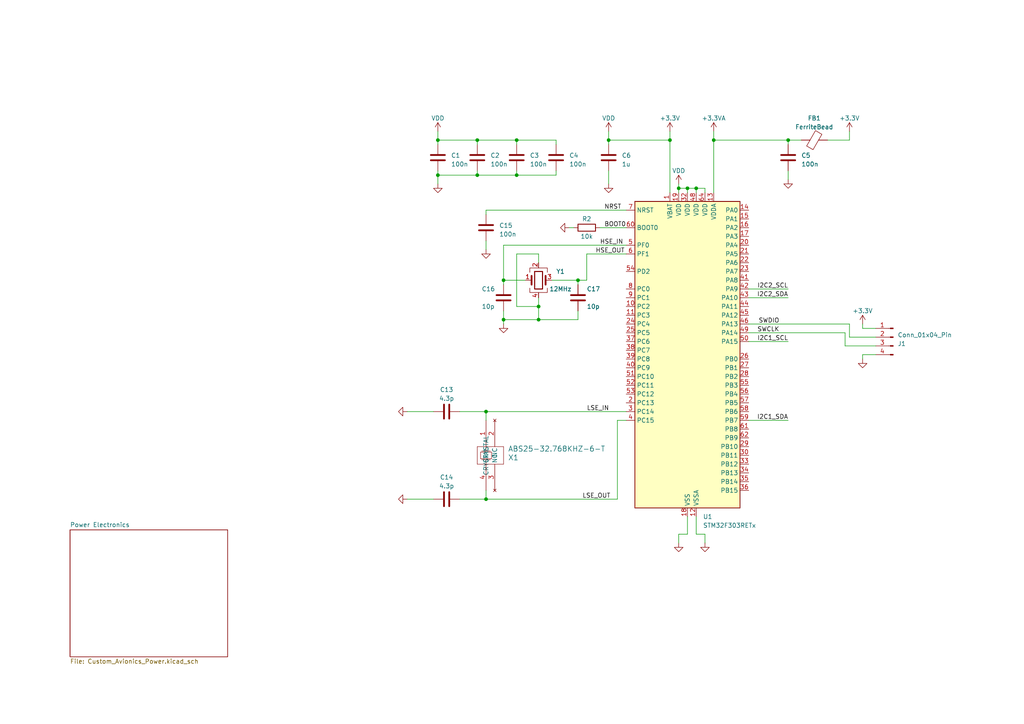
<source format=kicad_sch>
(kicad_sch (version 20230121) (generator eeschema)
  (paper "A4")
  (title_block (title "MCU") (rev "0.0"))
  (lib_symbols
    (symbol "Avionics_Components:ABS25-32.768KHZ-6-T" (pin_names (offset 0.254))
      (property "Reference" "X" (at 10.16 7.62 0))
      (property "Value" "ABS25-32.768KHZ-6-T" (at 10.16 5.08 0))
      (symbol "ABS25-32.768KHZ-6-T_0_1"
        (polyline (pts (xy 7.62 -5.08) (xy 12.7 -5.08)) (stroke (width 0.127)))
        (polyline (pts (xy 7.62 0) (xy 8.89 0)) (stroke (width 0.127)))
        (polyline (pts (xy 7.62 2.54) (xy 7.62 -5.08)) (stroke (width 0.127)))
        (polyline (pts (xy 8.89 1.27) (xy 8.89 -1.27)) (stroke (width 0.127)))
        (polyline (pts (xy 9.2075 -1.5875) (xy 11.1125 -1.5875)) (stroke (width 0.127)))
        (polyline (pts (xy 9.2075 1.5875) (xy 9.2075 -1.5875)) (stroke (width 0.127)))
        (polyline (pts (xy 9.2075 1.5875) (xy 11.1125 1.5875)) (stroke (width 0.127)))
        (polyline (pts (xy 11.1125 1.5875) (xy 11.1125 -1.5875)) (stroke (width 0.127)))
        (polyline (pts (xy 11.43 0) (xy 12.7 0)) (stroke (width 0.127)))
        (polyline (pts (xy 11.43 1.27) (xy 11.43 -1.27)) (stroke (width 0.127)))
        (polyline (pts (xy 12.7 -5.08) (xy 12.7 2.54)) (stroke (width 0.127)))
        (polyline (pts (xy 12.7 2.54) (xy 7.62 2.54)) (stroke (width 0.127)))
        (pin unspecified line (at 0 0 0) (length 7.62) (name "CRYSTAL") (number "1"))
        (pin no_connect line (at 0 -2.54 0) (length 7.62) (name "NC") (number "2"))
        (pin no_connect line (at 20.32 -2.54 180) (length 7.62) (name "NC") (number "3"))
        (pin unspecified line (at 20.32 0 180) (length 7.62) (name "CRYSTAL") (number "4"))
      )
    )
    (symbol "Connector:Conn_01x04_Pin" (pin_names (offset 1.016) hide)
      (property "Reference" "J" (at 0 5.08 0))
      (property "Value" "Conn_01x04_Pin" (at 0 -7.62 0))
      (symbol "Conn_01x04_Pin_1_1"
        (polyline (pts (xy 1.27 -5.08) (xy 0.8636 -5.08)) (stroke (width 0.1524)))
        (polyline (pts (xy 1.27 -2.54) (xy 0.8636 -2.54)) (stroke (width 0.1524)))
        (polyline (pts (xy 1.27 0) (xy 0.8636 0)) (stroke (width 0.1524)))
        (polyline (pts (xy 1.27 2.54) (xy 0.8636 2.54)) (stroke (width 0.1524)))
        (rectangle (start 0.8636 -4.953) (end 0 -5.207) (stroke (width 0.1524)) (fill (type outline)))
        (rectangle (start 0.8636 -2.413) (end 0 -2.667) (stroke (width 0.1524)) (fill (type outline)))
        (rectangle (start 0.8636 0.127) (end 0 -0.127) (stroke (width 0.1524)) (fill (type outline)))
        (rectangle (start 0.8636 2.667) (end 0 2.413) (stroke (width 0.1524)) (fill (type outline)))
        (pin passive line (at 5.08 2.54 180) (length 3.81) (name "Pin_1") (number "1"))
        (pin passive line (at 5.08 0 180) (length 3.81) (name "Pin_2") (number "2"))
        (pin passive line (at 5.08 -2.54 180) (length 3.81) (name "Pin_3") (number "3"))
        (pin passive line (at 5.08 -5.08 180) (length 3.81) (name "Pin_4") (number "4"))
      )
    )
    (symbol "Device:C" (pin_numbers hide) (pin_names (offset 0.254))
      (property "Reference" "C" (at 0.635 2.54 0))
      (property "Value" "C" (at 0.635 -2.54 0))
      (symbol "C_0_1"
        (polyline (pts (xy -2.032 -0.762) (xy 2.032 -0.762)) (stroke (width 0.508)))
        (polyline (pts (xy -2.032 0.762) (xy 2.032 0.762)) (stroke (width 0.508)))
      )
      (symbol "C_1_1"
        (pin passive line (at 0 3.81 270) (length 2.794) (name "~") (number "1"))
        (pin passive line (at 0 -3.81 90) (length 2.794) (name "~") (number "2"))
      )
    )
    (symbol "Device:Crystal_GND24" (pin_names (offset 1.016) hide)
      (property "Reference" "Y" (at 3.175 5.08 0))
      (property "Value" "Crystal_GND24" (at 3.175 3.175 0))
      (symbol "Crystal_GND24_0_1"
        (rectangle (start -1.143 2.54) (end 1.143 -2.54) (stroke (width 0.3048)))
        (polyline (pts (xy -2.54 0) (xy -2.032 0)))
        (polyline (pts (xy -2.032 -1.27) (xy -2.032 1.27)) (stroke (width 0.508)))
        (polyline (pts (xy 0 -3.81) (xy 0 -3.556)))
        (polyline (pts (xy 0 3.556) (xy 0 3.81)))
        (polyline (pts (xy 2.032 -1.27) (xy 2.032 1.27)) (stroke (width 0.508)))
        (polyline (pts (xy 2.032 0) (xy 2.54 0)))
        (polyline (pts (xy -2.54 -2.286) (xy -2.54 -3.556) (xy 2.54 -3.556) (xy 2.54 -2.286)))
        (polyline (pts (xy -2.54 2.286) (xy -2.54 3.556) (xy 2.54 3.556) (xy 2.54 2.286)))
      )
      (symbol "Crystal_GND24_1_1"
        (pin passive line (at -3.81 0 0) (length 1.27) (name "1") (number "1"))
        (pin passive line (at 0 5.08 270) (length 1.27) (name "2") (number "2"))
        (pin passive line (at 3.81 0 180) (length 1.27) (name "3") (number "3"))
        (pin passive line (at 0 -5.08 90) (length 1.27) (name "4") (number "4"))
      )
    )
    (symbol "Device:FerriteBead" (pin_numbers hide) (pin_names (offset 0))
      (property "Reference" "FB" (at -3.81 0.635 90))
      (property "Value" "FerriteBead" (at 3.81 0 90))
      (symbol "FerriteBead_0_1"
        (polyline (pts (xy 0 -1.27) (xy 0 -1.2192)))
        (polyline (pts (xy 0 1.27) (xy 0 1.2954)))
        (polyline (pts (xy -2.7686 0.4064) (xy -1.7018 2.2606) (xy 2.7686 -0.3048) (xy 1.6764 -2.159) (xy -2.7686 0.4064)))
      )
      (symbol "FerriteBead_1_1"
        (pin passive line (at 0 3.81 270) (length 2.54) (name "~") (number "1"))
        (pin passive line (at 0 -3.81 90) (length 2.54) (name "~") (number "2"))
      )
    )
    (symbol "Device:R" (pin_numbers hide) (pin_names (offset 0))
      (property "Reference" "R" (at 2.032 0 90))
      (property "Value" "R" (at 0 0 90))
      (symbol "R_0_1"
        (rectangle (start -1.016 -2.54) (end 1.016 2.54) (stroke (width 0.254)))
      )
      (symbol "R_1_1"
        (pin passive line (at 0 3.81 270) (length 1.27) (name "~") (number "1"))
        (pin passive line (at 0 -3.81 90) (length 1.27) (name "~") (number "2"))
      )
    )
    (symbol "MCU_ST_STM32F3:STM32F303RETx"
      (property "Reference" "U" (at -15.24 46.99 0))
      (property "Value" "STM32F303RETx" (at 10.16 46.99 0))
      (symbol "STM32F303RETx_0_1"
        (rectangle (start -15.24 -43.18) (end 15.24 45.72) (stroke (width 0.254)) (fill (type background)))
      )
      (symbol "STM32F303RETx_1_1"
        (pin power_in line (at -5.08 48.26 270) (length 2.54) (name "VBAT") (number "1"))
        (pin bidirectional line (at -17.78 15.24 0) (length 2.54) (name "PC2") (number "10"))
        (pin bidirectional line (at -17.78 12.7 0) (length 2.54) (name "PC3") (number "11"))
        (pin power_in line (at 2.54 -45.72 90) (length 2.54) (name "VSSA") (number "12"))
        (pin power_in line (at 7.62 48.26 270) (length 2.54) (name "VDDA") (number "13"))
        (pin bidirectional line (at 17.78 43.18 180) (length 2.54) (name "PA0") (number "14"))
        (pin bidirectional line (at 17.78 40.64 180) (length 2.54) (name "PA1") (number "15"))
        (pin bidirectional line (at 17.78 38.1 180) (length 2.54) (name "PA2") (number "16"))
        (pin bidirectional line (at 17.78 35.56 180) (length 2.54) (name "PA3") (number "17"))
        (pin power_in line (at 0 -45.72 90) (length 2.54) (name "VSS") (number "18"))
        (pin power_in line (at -2.54 48.26 270) (length 2.54) (name "VDD") (number "19"))
        (pin bidirectional line (at -17.78 -12.7 0) (length 2.54) (name "PC13") (number "2"))
        (pin bidirectional line (at 17.78 33.02 180) (length 2.54) (name "PA4") (number "20"))
        (pin bidirectional line (at 17.78 30.48 180) (length 2.54) (name "PA5") (number "21"))
        (pin bidirectional line (at 17.78 27.94 180) (length 2.54) (name "PA6") (number "22"))
        (pin bidirectional line (at 17.78 25.4 180) (length 2.54) (name "PA7") (number "23"))
        (pin bidirectional line (at -17.78 10.16 0) (length 2.54) (name "PC4") (number "24"))
        (pin bidirectional line (at -17.78 7.62 0) (length 2.54) (name "PC5") (number "25"))
        (pin bidirectional line (at 17.78 0 180) (length 2.54) (name "PB0") (number "26"))
        (pin bidirectional line (at 17.78 -2.54 180) (length 2.54) (name "PB1") (number "27"))
        (pin bidirectional line (at 17.78 -5.08 180) (length 2.54) (name "PB2") (number "28"))
        (pin bidirectional line (at 17.78 -25.4 180) (length 2.54) (name "PB10") (number "29"))
        (pin bidirectional line (at -17.78 -15.24 0) (length 2.54) (name "PC14") (number "3"))
        (pin bidirectional line (at 17.78 -27.94 180) (length 2.54) (name "PB11") (number "30"))
        (pin passive line (at 0 -45.72 90) (length 2.54) hide (name "VSS") (number "31"))
        (pin power_in line (at 0 48.26 270) (length 2.54) (name "VDD") (number "32"))
        (pin bidirectional line (at 17.78 -30.48 180) (length 2.54) (name "PB12") (number "33"))
        (pin bidirectional line (at 17.78 -33.02 180) (length 2.54) (name "PB13") (number "34"))
        (pin bidirectional line (at 17.78 -35.56 180) (length 2.54) (name "PB14") (number "35"))
        (pin bidirectional line (at 17.78 -38.1 180) (length 2.54) (name "PB15") (number "36"))
        (pin bidirectional line (at -17.78 5.08 0) (length 2.54) (name "PC6") (number "37"))
        (pin bidirectional line (at -17.78 2.54 0) (length 2.54) (name "PC7") (number "38"))
        (pin bidirectional line (at -17.78 0 0) (length 2.54) (name "PC8") (number "39"))
        (pin bidirectional line (at -17.78 -17.78 0) (length 2.54) (name "PC15") (number "4"))
        (pin bidirectional line (at -17.78 -2.54 0) (length 2.54) (name "PC9") (number "40"))
        (pin bidirectional line (at 17.78 22.86 180) (length 2.54) (name "PA8") (number "41"))
        (pin bidirectional line (at 17.78 20.32 180) (length 2.54) (name "PA9") (number "42"))
        (pin bidirectional line (at 17.78 17.78 180) (length 2.54) (name "PA10") (number "43"))
        (pin bidirectional line (at 17.78 15.24 180) (length 2.54) (name "PA11") (number "44"))
        (pin bidirectional line (at 17.78 12.7 180) (length 2.54) (name "PA12") (number "45"))
        (pin bidirectional line (at 17.78 10.16 180) (length 2.54) (name "PA13") (number "46"))
        (pin passive line (at 0 -45.72 90) (length 2.54) hide (name "VSS") (number "47"))
        (pin power_in line (at 2.54 48.26 270) (length 2.54) (name "VDD") (number "48"))
        (pin bidirectional line (at 17.78 7.62 180) (length 2.54) (name "PA14") (number "49"))
        (pin bidirectional line (at -17.78 33.02 0) (length 2.54) (name "PF0") (number "5"))
        (pin bidirectional line (at 17.78 5.08 180) (length 2.54) (name "PA15") (number "50"))
        (pin bidirectional line (at -17.78 -5.08 0) (length 2.54) (name "PC10") (number "51"))
        (pin bidirectional line (at -17.78 -7.62 0) (length 2.54) (name "PC11") (number "52"))
        (pin bidirectional line (at -17.78 -10.16 0) (length 2.54) (name "PC12") (number "53"))
        (pin bidirectional line (at -17.78 25.4 0) (length 2.54) (name "PD2") (number "54"))
        (pin bidirectional line (at 17.78 -7.62 180) (length 2.54) (name "PB3") (number "55"))
        (pin bidirectional line (at 17.78 -10.16 180) (length 2.54) (name "PB4") (number "56"))
        (pin bidirectional line (at 17.78 -12.7 180) (length 2.54) (name "PB5") (number "57"))
        (pin bidirectional line (at 17.78 -15.24 180) (length 2.54) (name "PB6") (number "58"))
        (pin bidirectional line (at 17.78 -17.78 180) (length 2.54) (name "PB7") (number "59"))
        (pin bidirectional line (at -17.78 30.48 0) (length 2.54) (name "PF1") (number "6"))
        (pin input line (at -17.78 38.1 0) (length 2.54) (name "BOOT0") (number "60"))
        (pin bidirectional line (at 17.78 -20.32 180) (length 2.54) (name "PB8") (number "61"))
        (pin bidirectional line (at 17.78 -22.86 180) (length 2.54) (name "PB9") (number "62"))
        (pin passive line (at 0 -45.72 90) (length 2.54) hide (name "VSS") (number "63"))
        (pin power_in line (at 5.08 48.26 270) (length 2.54) (name "VDD") (number "64"))
        (pin input line (at -17.78 43.18 0) (length 2.54) (name "NRST") (number "7"))
        (pin bidirectional line (at -17.78 20.32 0) (length 2.54) (name "PC0") (number "8"))
        (pin bidirectional line (at -17.78 17.78 0) (length 2.54) (name "PC1") (number "9"))
      )
    )
    (symbol "power:+3.3V" (power) (pin_names (offset 0))
      (property "Value" "+3.3V" (at 0 3.556 0))
      (symbol "+3.3V_0_1"
        (polyline (pts (xy -0.762 1.27) (xy 0 2.54)))
        (polyline (pts (xy 0 0) (xy 0 2.54)))
        (polyline (pts (xy 0 2.54) (xy 0.762 1.27)))
      )
      (symbol "+3.3V_1_1"
        (pin power_in line (at 0 0 90) (length 0) hide (name "+3.3V") (number "1"))
      )
    )
    (symbol "power:+3.3VA" (power) (pin_names (offset 0))
      (property "Value" "+3.3VA" (at 0 3.556 0))
      (symbol "+3.3VA_0_1"
        (polyline (pts (xy -0.762 1.27) (xy 0 2.54)))
        (polyline (pts (xy 0 0) (xy 0 2.54)))
        (polyline (pts (xy 0 2.54) (xy 0.762 1.27)))
      )
      (symbol "+3.3VA_1_1"
        (pin power_in line (at 0 0 90) (length 0) hide (name "+3.3VA") (number "1"))
      )
    )
    (symbol "power:GND" (power) (pin_names (offset 0))
      (property "Value" "GND" (at 0 -3.81 0))
      (symbol "GND_0_1"
        (polyline (pts (xy 0 0) (xy 0 -1.27) (xy 1.27 -1.27) (xy 0 -2.54) (xy -1.27 -1.27) (xy 0 -1.27)))
      )
      (symbol "GND_1_1"
        (pin power_in line (at 0 0 270) (length 0) hide (name "GND") (number "1"))
      )
    )
    (symbol "power:VDD" (power) (pin_names (offset 0))
      (property "Value" "VDD" (at 0 3.81 0))
      (symbol "VDD_0_1"
        (polyline (pts (xy -0.762 1.27) (xy 0 2.54)))
        (polyline (pts (xy 0 0) (xy 0 2.54)))
        (polyline (pts (xy 0 2.54) (xy 0.762 1.27)))
      )
      (symbol "VDD_1_1"
        (pin power_in line (at 0 0 90) (length 0) hide (name "VDD") (number "1"))
      )
    )
  )
  (junction (at 127 40.64))
  (junction (at 156.21 92.71))
  (junction (at 156.21 88.9))
  (junction (at 149.86 50.8))
  (junction (at 146.05 81.28))
  (junction (at 207.01 40.64))
  (junction (at 201.93 54.61))
  (junction (at 228.6 40.64))
  (junction (at 140.97 119.38))
  (junction (at 149.86 40.64))
  (junction (at 199.39 54.61))
  (junction (at 196.85 54.61))
  (junction (at 140.97 144.78))
  (junction (at 194.31 40.64))
  (junction (at 146.05 92.71))
  (junction (at 138.43 50.8))
  (junction (at 127 50.8))
  (junction (at 176.53 40.64))
  (junction (at 138.43 40.64))
  (junction (at 167.64 81.28))
  (wire (pts (xy 133.35 119.38) (xy 140.97 119.38)))
  (wire (pts (xy 199.39 154.94) (xy 199.39 149.86)))
  (wire (pts (xy 140.97 142.24) (xy 140.97 144.78)))
  (wire (pts (xy 250.19 102.87) (xy 250.19 104.14)))
  (wire (pts (xy 156.21 88.9) (xy 156.21 92.71)))
  (wire (pts (xy 156.21 88.9) (xy 149.86 88.9)))
  (wire (pts (xy 161.29 50.8) (xy 149.86 50.8)))
  (wire (pts (xy 194.31 55.88) (xy 194.31 40.64)))
  (wire (pts (xy 149.86 73.66) (xy 156.21 73.66)))
  (wire (pts (xy 207.01 40.64) (xy 207.01 55.88)))
  (wire (pts (xy 228.6 40.64) (xy 228.6 41.91)))
  (wire (pts (xy 196.85 54.61) (xy 196.85 55.88)))
  (wire (pts (xy 199.39 55.88) (xy 199.39 54.61)))
  (wire (pts (xy 138.43 41.91) (xy 138.43 40.64)))
  (wire (pts (xy 127 38.1) (xy 127 40.64)))
  (wire (pts (xy 201.93 54.61) (xy 199.39 54.61)))
  (wire (pts (xy 240.03 40.64) (xy 246.38 40.64)))
  (wire (pts (xy 146.05 92.71) (xy 146.05 93.98)))
  (wire (pts (xy 161.29 49.53) (xy 161.29 50.8)))
  (wire (pts (xy 194.31 38.1) (xy 194.31 40.64)))
  (wire (pts (xy 127 40.64) (xy 127 41.91)))
  (wire (pts (xy 140.97 144.78) (xy 179.07 144.78)))
  (wire (pts (xy 146.05 81.28) (xy 152.4 81.28)))
  (wire (pts (xy 161.29 41.91) (xy 161.29 40.64)))
  (wire (pts (xy 140.97 60.96) (xy 181.61 60.96)))
  (wire (pts (xy 204.47 55.88) (xy 204.47 54.61)))
  (wire (pts (xy 140.97 69.85) (xy 140.97 72.39)))
  (wire (pts (xy 246.38 97.79) (xy 254 97.79)))
  (wire (pts (xy 194.31 40.64) (xy 176.53 40.64)))
  (wire (pts (xy 245.11 100.33) (xy 254 100.33)))
  (wire (pts (xy 140.97 144.78) (xy 133.35 144.78)))
  (wire (pts (xy 254 95.25) (xy 250.19 95.25)))
  (wire (pts (xy 250.19 95.25) (xy 250.19 93.98)))
  (wire (pts (xy 149.86 49.53) (xy 149.86 50.8)))
  (wire (pts (xy 156.21 73.66) (xy 156.21 76.2)))
  (wire (pts (xy 146.05 90.17) (xy 146.05 92.71)))
  (wire (pts (xy 149.86 50.8) (xy 138.43 50.8)))
  (wire (pts (xy 246.38 97.79) (xy 246.38 93.98)))
  (wire (pts (xy 217.17 96.52) (xy 245.11 96.52)))
  (wire (pts (xy 140.97 119.38) (xy 181.61 119.38)))
  (wire (pts (xy 146.05 92.71) (xy 156.21 92.71)))
  (wire (pts (xy 232.41 40.64) (xy 228.6 40.64)))
  (wire (pts (xy 217.17 93.98) (xy 246.38 93.98)))
  (wire (pts (xy 146.05 71.12) (xy 146.05 81.28)))
  (wire (pts (xy 201.93 54.61) (xy 201.93 55.88)))
  (wire (pts (xy 181.61 121.92) (xy 179.07 121.92)))
  (wire (pts (xy 217.17 86.36) (xy 228.6 86.36)))
  (wire (pts (xy 217.17 99.06) (xy 228.6 99.06)))
  (wire (pts (xy 196.85 154.94) (xy 199.39 154.94)))
  (wire (pts (xy 167.64 90.17) (xy 167.64 92.71)))
  (wire (pts (xy 156.21 86.36) (xy 156.21 88.9)))
  (wire (pts (xy 170.18 73.66) (xy 181.61 73.66)))
  (wire (pts (xy 170.18 73.66) (xy 170.18 81.28)))
  (wire (pts (xy 173.99 66.04) (xy 181.61 66.04)))
  (wire (pts (xy 167.64 81.28) (xy 167.64 82.55)))
  (wire (pts (xy 138.43 40.64) (xy 127 40.64)))
  (wire (pts (xy 246.38 38.1) (xy 246.38 40.64)))
  (wire (pts (xy 138.43 49.53) (xy 138.43 50.8)))
  (wire (pts (xy 127 50.8) (xy 127 53.34)))
  (wire (pts (xy 254 102.87) (xy 250.19 102.87)))
  (wire (pts (xy 118.11 144.78) (xy 125.73 144.78)))
  (wire (pts (xy 127 49.53) (xy 127 50.8)))
  (wire (pts (xy 204.47 154.94) (xy 201.93 154.94)))
  (wire (pts (xy 201.93 154.94) (xy 201.93 149.86)))
  (wire (pts (xy 204.47 54.61) (xy 201.93 54.61)))
  (wire (pts (xy 138.43 50.8) (xy 127 50.8)))
  (wire (pts (xy 199.39 54.61) (xy 196.85 54.61)))
  (wire (pts (xy 228.6 49.53) (xy 228.6 52.07)))
  (wire (pts (xy 161.29 40.64) (xy 149.86 40.64)))
  (wire (pts (xy 146.05 71.12) (xy 181.61 71.12)))
  (wire (pts (xy 179.07 121.92) (xy 179.07 144.78)))
  (wire (pts (xy 176.53 49.53) (xy 176.53 53.34)))
  (wire (pts (xy 118.11 119.38) (xy 125.73 119.38)))
  (wire (pts (xy 207.01 38.1) (xy 207.01 40.64)))
  (wire (pts (xy 170.18 81.28) (xy 167.64 81.28)))
  (wire (pts (xy 245.11 100.33) (xy 245.11 96.52)))
  (wire (pts (xy 156.21 92.71) (xy 167.64 92.71)))
  (wire (pts (xy 228.6 40.64) (xy 207.01 40.64)))
  (wire (pts (xy 149.86 88.9) (xy 149.86 73.66)))
  (wire (pts (xy 140.97 119.38) (xy 140.97 121.92)))
  (wire (pts (xy 165.1 66.04) (xy 166.37 66.04)))
  (wire (pts (xy 204.47 157.48) (xy 204.47 154.94)))
  (wire (pts (xy 149.86 40.64) (xy 149.86 41.91)))
  (wire (pts (xy 196.85 53.34) (xy 196.85 54.61)))
  (wire (pts (xy 217.17 121.92) (xy 228.6 121.92)))
  (wire (pts (xy 146.05 81.28) (xy 146.05 82.55)))
  (wire (pts (xy 149.86 40.64) (xy 138.43 40.64)))
  (wire (pts (xy 140.97 62.23) (xy 140.97 60.96)))
  (wire (pts (xy 176.53 38.1) (xy 176.53 40.64)))
  (wire (pts (xy 196.85 154.94) (xy 196.85 157.48)))
  (wire (pts (xy 167.64 81.28) (xy 160.02 81.28)))
  (wire (pts (xy 217.17 83.82) (xy 228.6 83.82)))
  (wire (pts (xy 176.53 40.64) (xy 176.53 41.91)))
  (label "HSE_IN" (at 173.99 71.12 0))
  (label "NRST" (at 175.26 60.96 0))
  (label "I2C2_SCL" (at 228.6 83.82 180))
  (label "LSE_OUT" (at 168.91 144.78 0))
  (label "I2C1_SDA" (at 228.6 121.92 180))
  (label "BOOT0" (at 175.26 66.04 0))
  (label "HSE_OUT" (at 172.72 73.66 0))
  (label "SWCLK" (at 226.06 96.52 180))
  (label "I2C1_SCL" (at 228.6 99.06 180))
  (label "LSE_IN" (at 170.18 119.38 0))
  (label "I2C2_SDA" (at 228.6 86.36 180))
  (label "SWDIO" (at 226.06 93.98 180))
  (symbol (lib_id "power:+3.3V") (at 194.31 38.1 0) (unit 1)
    (property "Reference" "#PWR08" (effects hide))
    (property "Value" "+3.3V" (at 194.31 34.29 0))
  )
  (symbol (lib_id "power:VDD") (at 176.53 38.1 0) (unit 1)
    (property "Reference" "#PWR06" (effects hide))
    (property "Value" "VDD" (at 176.53 34.29 0))
  )
  (symbol (lib_id "Connector:Conn_01x04_Pin") (at 259.08 97.79 0) (mirror y) (unit 1)
    (property "Reference" "J1" (at 260.35 99.695 0) (effects (justify right)))
    (property "Value" "Conn_01x04_Pin" (at 260.35 97.155 0) (effects (justify right)))
  )
  (symbol (lib_id "Device:C") (at 140.97 66.04 0) (unit 1)
    (property "Reference" "C15" (at 144.78 65.405 0) (effects (justify left)))
    (property "Value" "100n" (at 144.78 67.945 0) (effects (justify left)))
  )
  (symbol (lib_id "Device:C") (at 176.53 45.72 0) (unit 1)
    (property "Reference" "C6" (at 180.34 45.085 0) (effects (justify left)))
    (property "Value" "1u" (at 180.34 47.625 0) (effects (justify left)))
  )
  (symbol (lib_id "Device:C") (at 138.43 45.72 0) (unit 1)
    (property "Reference" "C2" (at 142.24 45.085 0) (effects (justify left)))
    (property "Value" "100n" (at 142.24 47.625 0) (effects (justify left)))
  )
  (symbol (lib_id "MCU_ST_STM32F3:STM32F303RETx") (at 199.39 104.14 0) (unit 1)
    (property "Reference" "U1" (at 203.8859 149.86 0) (effects (justify left)))
    (property "Value" "STM32F303RETx" (at 203.8859 152.4 0) (effects (justify left)))
    (property "Footprint" "Package_QFP:LQFP-64_10x10mm_P0.5mm" (effects hide))
    (property "Datasheet" "https://www.st.com/resource/en/datasheet/stm32f303re.pdf" (effects hide))
  )
  (symbol (lib_id "power:VDD") (at 127 38.1 0) (unit 1)
    (property "Reference" "#PWR01" (effects hide))
    (property "Value" "VDD" (at 127 34.29 0))
  )
  (symbol (lib_id "power:+3.3VA") (at 207.01 38.1 0) (unit 1)
    (property "Reference" "#PWR09" (effects hide))
    (property "Value" "+3.3VA" (at 207.01 34.29 0))
  )
  (symbol (lib_id "power:GND") (at 118.11 144.78 270) (unit 1)
    (property "Reference" "#PWR026" (effects hide))
    (property "Value" "GND" (effects hide))
  )
  (symbol (lib_id "power:VDD") (at 196.85 53.34 0) (unit 1)
    (property "Reference" "#PWR07" (effects hide))
    (property "Value" "VDD" (at 196.85 49.53 0))
  )
  (symbol (lib_id "Device:C") (at 146.05 86.36 0) (unit 1)
    (property "Reference" "C16" (at 139.7 83.82 0) (effects (justify left)))
    (property "Value" "10p" (at 139.7 88.9 0) (effects (justify left)))
  )
  (symbol (lib_id "power:GND") (at 118.11 119.38 270) (unit 1)
    (property "Reference" "#PWR027" (effects hide))
    (property "Value" "GND" (effects hide))
  )
  (symbol (lib_id "Device:R") (at 170.18 66.04 90) (unit 1)
    (property "Reference" "R2" (at 170.18 63.5 90))
    (property "Value" "10k" (at 170.18 68.58 90))
  )
  (symbol (lib_id "Device:C") (at 129.54 144.78 90) (unit 1)
    (property "Reference" "C14" (at 129.54 138.43 90))
    (property "Value" "4.3p" (at 129.54 140.97 90))
  )
  (symbol (lib_id "Device:FerriteBead") (at 236.22 40.64 90) (unit 1)
    (property "Reference" "FB1" (at 236.1692 34.29 90))
    (property "Value" "FerriteBead" (at 236.1692 36.83 90))
  )
  (symbol (lib_id "power:GND") (at 250.19 104.14 0) (unit 1)
    (property "Reference" "#PWR031" (effects hide))
    (property "Value" "GND" (effects hide))
  )
  (symbol (lib_id "Device:C") (at 228.6 45.72 0) (unit 1)
    (property "Reference" "C5" (at 232.41 45.085 0) (effects (justify left)))
    (property "Value" "100n" (at 232.41 47.625 0) (effects (justify left)))
  )
  (symbol (lib_id "power:GND") (at 146.05 93.98 0) (unit 1)
    (property "Reference" "#PWR029" (effects hide))
    (property "Value" "GND" (effects hide))
  )
  (symbol (lib_id "Device:C") (at 161.29 45.72 0) (unit 1)
    (property "Reference" "C4" (at 165.1 45.085 0) (effects (justify left)))
    (property "Value" "100n" (at 165.1 47.625 0) (effects (justify left)))
  )
  (symbol (lib_id "power:GND") (at 228.6 52.07 0) (unit 1)
    (property "Reference" "#PWR04" (effects hide))
    (property "Value" "GND" (effects hide))
  )
  (symbol (lib_id "Device:Crystal_GND24") (at 156.21 81.28 0) (unit 1)
    (property "Reference" "Y1" (at 162.56 78.74 0))
    (property "Value" "12MHz" (at 162.56 83.82 0))
  )
  (symbol (lib_id "Device:C") (at 149.86 45.72 0) (unit 1)
    (property "Reference" "C3" (at 153.67 45.085 0) (effects (justify left)))
    (property "Value" "100n" (at 153.67 47.625 0) (effects (justify left)))
  )
  (symbol (lib_id "power:GND") (at 204.47 157.48 0) (unit 1)
    (property "Reference" "#PWR011" (effects hide))
    (property "Value" "GND" (effects hide))
  )
  (symbol (lib_id "power:GND") (at 165.1 66.04 270) (unit 1)
    (property "Reference" "#PWR028" (effects hide))
    (property "Value" "GND" (effects hide))
  )
  (symbol (lib_id "Device:C") (at 129.54 119.38 90) (unit 1)
    (property "Reference" "C13" (at 129.54 113.03 90))
    (property "Value" "4.3p" (at 129.54 115.57 90))
  )
  (symbol (lib_id "Device:C") (at 167.64 86.36 0) (unit 1)
    (property "Reference" "C17" (at 170.18 83.82 0) (effects (justify left)))
    (property "Value" "10p" (at 170.18 88.9 0) (effects (justify left)))
  )
  (symbol (lib_id "power:+3.3V") (at 250.19 93.98 0) (unit 1)
    (property "Reference" "#PWR030" (effects hide))
    (property "Value" "+3.3V" (at 250.19 90.17 0))
  )
  (symbol (lib_id "power:GND") (at 127 53.34 0) (unit 1)
    (property "Reference" "#PWR02" (effects hide))
    (property "Value" "GND" (effects hide))
  )
  (symbol (lib_id "power:GND") (at 196.85 157.48 0) (unit 1)
    (property "Reference" "#PWR012" (effects hide))
    (property "Value" "GND" (effects hide))
  )
  (symbol (lib_id "Avionics_Components:ABS25-32.768KHZ-6-T") (at 140.97 121.92 90) (mirror x) (unit 1)
    (property "Reference" "X1" (at 147.32 132.715 90) (effects (font (size 1.524 1.524)) (justify right)))
    (property "Value" "ABS25-32.768KHZ-6-T" (at 147.32 130.175 90) (effects (font (size 1.524 1.524)) (justify right)))
    (property "Footprint" "X_ABS25_ABR" (effects hide))
    (property "Datasheet" "ABS25-32.768KHZ-6-T" (effects hide))
  )
  (symbol (lib_id "Device:C") (at 127 45.72 0) (unit 1)
    (property "Reference" "C1" (at 130.81 45.085 0) (effects (justify left)))
    (property "Value" "100n" (at 130.81 47.625 0) (effects (justify left)))
  )
  (symbol (lib_id "power:+3.3V") (at 246.38 38.1 0) (unit 1)
    (property "Reference" "#PWR03" (effects hide))
    (property "Value" "+3.3V" (at 246.38 34.29 0))
  )
  (symbol (lib_id "power:GND") (at 140.97 72.39 0) (unit 1)
    (property "Reference" "#PWR010" (effects hide))
    (property "Value" "GND" (effects hide))
  )
  (symbol (lib_id "power:GND") (at 176.53 53.34 0) (unit 1)
    (property "Reference" "#PWR05" (effects hide))
    (property "Value" "GND" (effects hide))
  )
  (sheet (at 20.32 153.67) (size 45.72 36.83) (stroke (width 0.1524))
    (property "Sheetname" "Power Electronics" (at 20.32 152.9584 0) (effects (justify left bottom)))
    (property "Sheetfile" "Custom_Avionics_Power.kicad_sch" (at 20.32 191.0846 0) (effects (justify left top)))
  )
)
</source>
